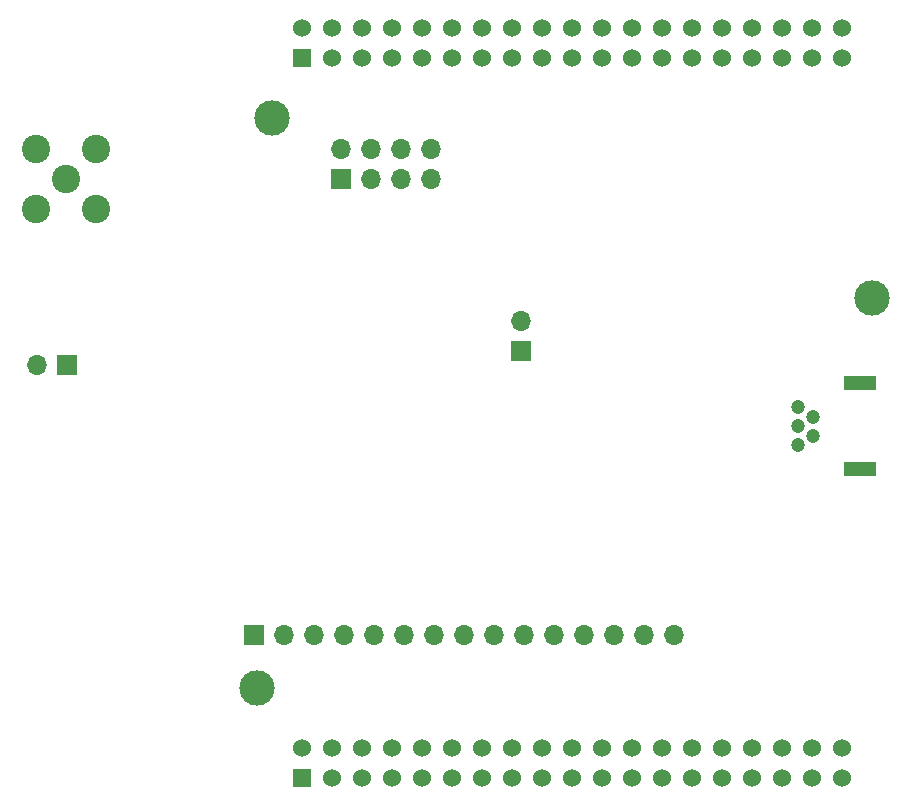
<source format=gbr>
%TF.GenerationSoftware,KiCad,Pcbnew,(6.0.4)*%
%TF.CreationDate,2022-11-04T05:35:43-04:00*%
%TF.ProjectId,SI4743 Breakout,53493437-3433-4204-9272-65616b6f7574,rev?*%
%TF.SameCoordinates,Original*%
%TF.FileFunction,Soldermask,Bot*%
%TF.FilePolarity,Negative*%
%FSLAX46Y46*%
G04 Gerber Fmt 4.6, Leading zero omitted, Abs format (unit mm)*
G04 Created by KiCad (PCBNEW (6.0.4)) date 2022-11-04 05:35:43*
%MOMM*%
%LPD*%
G01*
G04 APERTURE LIST*
%ADD10C,3.000000*%
%ADD11R,1.530000X1.530000*%
%ADD12C,1.530000*%
%ADD13R,1.700000X1.700000*%
%ADD14O,1.700000X1.700000*%
%ADD15C,1.200000*%
%ADD16R,2.700000X1.300000*%
%ADD17C,2.400000*%
G04 APERTURE END LIST*
D10*
%TO.C,J7*%
X123950000Y-58700000D03*
X174750000Y-73940000D03*
X122680000Y-106960000D03*
D11*
X126490000Y-114580000D03*
D12*
X126490000Y-112040000D03*
X129030000Y-114580000D03*
X129030000Y-112040000D03*
X131570000Y-114580000D03*
X131570000Y-112040000D03*
X134110000Y-114580000D03*
X134110000Y-112040000D03*
X136650000Y-114580000D03*
X136650000Y-112040000D03*
X139190000Y-114580000D03*
X139190000Y-112040000D03*
X141730000Y-114580000D03*
X141730000Y-112040000D03*
X144270000Y-114580000D03*
X144270000Y-112040000D03*
X146810000Y-114580000D03*
X146810000Y-112040000D03*
X149350000Y-114580000D03*
X149350000Y-112040000D03*
X151890000Y-114580000D03*
X151890000Y-112040000D03*
X154430000Y-114580000D03*
X154430000Y-112040000D03*
X156970000Y-114580000D03*
X156970000Y-112040000D03*
X159510000Y-114580000D03*
X159510000Y-112040000D03*
X162050000Y-114580000D03*
X162050000Y-112040000D03*
X164590000Y-114580000D03*
X164590000Y-112040000D03*
X167130000Y-114580000D03*
X167130000Y-112040000D03*
X169670000Y-114580000D03*
X169670000Y-112040000D03*
X172210000Y-114580000D03*
X172210000Y-112040000D03*
D11*
X126490000Y-53620000D03*
D12*
X126490000Y-51080000D03*
X129030000Y-53620000D03*
X129030000Y-51080000D03*
X131570000Y-53620000D03*
X131570000Y-51080000D03*
X134110000Y-53620000D03*
X134110000Y-51080000D03*
X136650000Y-53620000D03*
X136650000Y-51080000D03*
X139190000Y-53620000D03*
X139190000Y-51080000D03*
X141730000Y-53620000D03*
X141730000Y-51080000D03*
X144270000Y-53620000D03*
X144270000Y-51080000D03*
X146810000Y-53620000D03*
X146810000Y-51080000D03*
X149350000Y-53620000D03*
X149350000Y-51080000D03*
X151890000Y-53620000D03*
X151890000Y-51080000D03*
X154430000Y-53620000D03*
X154430000Y-51080000D03*
X156970000Y-53620000D03*
X156970000Y-51080000D03*
X159510000Y-53620000D03*
X159510000Y-51080000D03*
X162050000Y-53620000D03*
X162050000Y-51080000D03*
X164590000Y-53620000D03*
X164590000Y-51080000D03*
X167130000Y-53620000D03*
X167130000Y-51080000D03*
X169670000Y-53620000D03*
X169670000Y-51080000D03*
X172210000Y-53620000D03*
X172210000Y-51080000D03*
%TD*%
D13*
%TO.C,J2*%
X106575000Y-79600000D03*
D14*
X104035000Y-79600000D03*
%TD*%
D15*
%TO.C,J1*%
X168480000Y-86430000D03*
X169730000Y-85630000D03*
X168480000Y-84830000D03*
X169730000Y-84030000D03*
X168480000Y-83230000D03*
D16*
X173730000Y-88480000D03*
X173730000Y-81180000D03*
%TD*%
D13*
%TO.C,J4*%
X122425000Y-102500000D03*
D14*
X124965000Y-102500000D03*
X127505000Y-102500000D03*
X130045000Y-102500000D03*
X132585000Y-102500000D03*
X135125000Y-102500000D03*
X137665000Y-102500000D03*
X140205000Y-102500000D03*
X142745000Y-102500000D03*
X145285000Y-102500000D03*
X147825000Y-102500000D03*
X150365000Y-102500000D03*
X152905000Y-102500000D03*
X155445000Y-102500000D03*
X157985000Y-102500000D03*
%TD*%
D13*
%TO.C,J5*%
X129770000Y-63865000D03*
D14*
X129770000Y-61325000D03*
X132310000Y-63865000D03*
X132310000Y-61325000D03*
X134850000Y-63865000D03*
X134850000Y-61325000D03*
X137390000Y-63865000D03*
X137390000Y-61325000D03*
%TD*%
D17*
%TO.C,J3*%
X106500000Y-63900000D03*
X103960000Y-66440000D03*
X109040000Y-61360000D03*
X109040000Y-66440000D03*
X103960000Y-61360000D03*
%TD*%
D13*
%TO.C,J6*%
X145050000Y-78450000D03*
D14*
X145050000Y-75910000D03*
%TD*%
M02*

</source>
